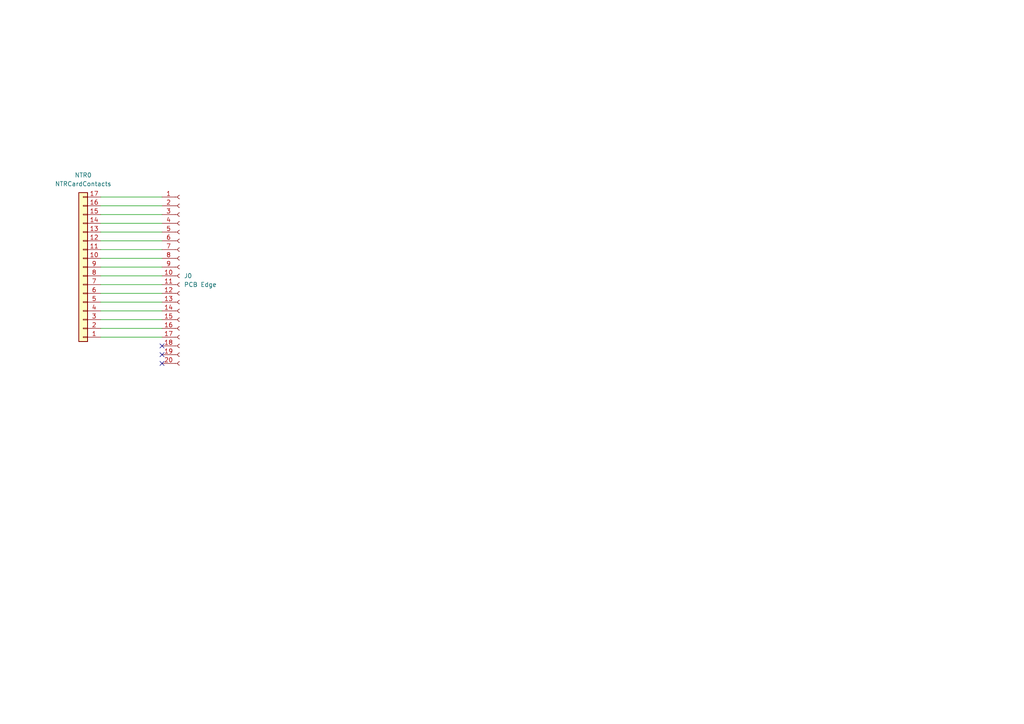
<source format=kicad_sch>
(kicad_sch (version 20211123) (generator eeschema)
  (paper "A4")
  (lib_symbols
    (symbol "Connector:Conn_01x20_Female" (pin_names (offset 1.016) hide)
      (property "Reference" "J" (at 0 25.4 0))
      (property "Value" "Conn_01x20_Female" (at 0 -27.94 0))
      (symbol "Conn_01x20_Female_1_1"
        (arc (start 0 -24.892) (mid -0.508 -25.4) (end 0 -25.908) (stroke (width 0.1524)))
        (arc (start 0 -22.352) (mid -0.508 -22.86) (end 0 -23.368) (stroke (width 0.1524)))
        (arc (start 0 -19.812) (mid -0.508 -20.32) (end 0 -20.828) (stroke (width 0.1524)))
        (arc (start 0 -17.272) (mid -0.508 -17.78) (end 0 -18.288) (stroke (width 0.1524)))
        (arc (start 0 -14.732) (mid -0.508 -15.24) (end 0 -15.748) (stroke (width 0.1524)))
        (arc (start 0 -12.192) (mid -0.508 -12.7) (end 0 -13.208) (stroke (width 0.1524)))
        (arc (start 0 -9.652) (mid -0.508 -10.16) (end 0 -10.668) (stroke (width 0.1524)))
        (arc (start 0 -7.112) (mid -0.508 -7.62) (end 0 -8.128) (stroke (width 0.1524)))
        (arc (start 0 -4.572) (mid -0.508 -5.08) (end 0 -5.588) (stroke (width 0.1524)))
        (arc (start 0 -2.032) (mid -0.508 -2.54) (end 0 -3.048) (stroke (width 0.1524)))
        (polyline (pts (xy -1.27 -25.4) (xy -0.508 -25.4)) (stroke (width 0.1524)))
        (polyline (pts (xy -1.27 -22.86) (xy -0.508 -22.86)) (stroke (width 0.1524)))
        (polyline (pts (xy -1.27 -20.32) (xy -0.508 -20.32)) (stroke (width 0.1524)))
        (polyline (pts (xy -1.27 -17.78) (xy -0.508 -17.78)) (stroke (width 0.1524)))
        (polyline (pts (xy -1.27 -15.24) (xy -0.508 -15.24)) (stroke (width 0.1524)))
        (polyline (pts (xy -1.27 -12.7) (xy -0.508 -12.7)) (stroke (width 0.1524)))
        (polyline (pts (xy -1.27 -10.16) (xy -0.508 -10.16)) (stroke (width 0.1524)))
        (polyline (pts (xy -1.27 -7.62) (xy -0.508 -7.62)) (stroke (width 0.1524)))
        (polyline (pts (xy -1.27 -5.08) (xy -0.508 -5.08)) (stroke (width 0.1524)))
        (polyline (pts (xy -1.27 -2.54) (xy -0.508 -2.54)) (stroke (width 0.1524)))
        (polyline (pts (xy -1.27 0) (xy -0.508 0)) (stroke (width 0.1524)))
        (polyline (pts (xy -1.27 2.54) (xy -0.508 2.54)) (stroke (width 0.1524)))
        (polyline (pts (xy -1.27 5.08) (xy -0.508 5.08)) (stroke (width 0.1524)))
        (polyline (pts (xy -1.27 7.62) (xy -0.508 7.62)) (stroke (width 0.1524)))
        (polyline (pts (xy -1.27 10.16) (xy -0.508 10.16)) (stroke (width 0.1524)))
        (polyline (pts (xy -1.27 12.7) (xy -0.508 12.7)) (stroke (width 0.1524)))
        (polyline (pts (xy -1.27 15.24) (xy -0.508 15.24)) (stroke (width 0.1524)))
        (polyline (pts (xy -1.27 17.78) (xy -0.508 17.78)) (stroke (width 0.1524)))
        (polyline (pts (xy -1.27 20.32) (xy -0.508 20.32)) (stroke (width 0.1524)))
        (polyline (pts (xy -1.27 22.86) (xy -0.508 22.86)) (stroke (width 0.1524)))
        (arc (start 0 0.508) (mid -0.508 0) (end 0 -0.508) (stroke (width 0.1524)))
        (arc (start 0 3.048) (mid -0.508 2.54) (end 0 2.032) (stroke (width 0.1524)))
        (arc (start 0 5.588) (mid -0.508 5.08) (end 0 4.572) (stroke (width 0.1524)))
        (arc (start 0 8.128) (mid -0.508 7.62) (end 0 7.112) (stroke (width 0.1524)))
        (arc (start 0 10.668) (mid -0.508 10.16) (end 0 9.652) (stroke (width 0.1524)))
        (arc (start 0 13.208) (mid -0.508 12.7) (end 0 12.192) (stroke (width 0.1524)))
        (arc (start 0 15.748) (mid -0.508 15.24) (end 0 14.732) (stroke (width 0.1524)))
        (arc (start 0 18.288) (mid -0.508 17.78) (end 0 17.272) (stroke (width 0.1524)))
        (arc (start 0 20.828) (mid -0.508 20.32) (end 0 19.812) (stroke (width 0.1524)))
        (arc (start 0 23.368) (mid -0.508 22.86) (end 0 22.352) (stroke (width 0.1524)))
        (pin passive line (at -5.08 22.86 0) (length 3.81) (name "Pin_1") (number "1"))
        (pin passive line (at -5.08 0 0) (length 3.81) (name "Pin_10") (number "10"))
        (pin passive line (at -5.08 -2.54 0) (length 3.81) (name "Pin_11") (number "11"))
        (pin passive line (at -5.08 -5.08 0) (length 3.81) (name "Pin_12") (number "12"))
        (pin passive line (at -5.08 -7.62 0) (length 3.81) (name "Pin_13") (number "13"))
        (pin passive line (at -5.08 -10.16 0) (length 3.81) (name "Pin_14") (number "14"))
        (pin passive line (at -5.08 -12.7 0) (length 3.81) (name "Pin_15") (number "15"))
        (pin passive line (at -5.08 -15.24 0) (length 3.81) (name "Pin_16") (number "16"))
        (pin passive line (at -5.08 -17.78 0) (length 3.81) (name "Pin_17") (number "17"))
        (pin passive line (at -5.08 -20.32 0) (length 3.81) (name "Pin_18") (number "18"))
        (pin passive line (at -5.08 -22.86 0) (length 3.81) (name "Pin_19") (number "19"))
        (pin passive line (at -5.08 20.32 0) (length 3.81) (name "Pin_2") (number "2"))
        (pin passive line (at -5.08 -25.4 0) (length 3.81) (name "Pin_20") (number "20"))
        (pin passive line (at -5.08 17.78 0) (length 3.81) (name "Pin_3") (number "3"))
        (pin passive line (at -5.08 15.24 0) (length 3.81) (name "Pin_4") (number "4"))
        (pin passive line (at -5.08 12.7 0) (length 3.81) (name "Pin_5") (number "5"))
        (pin passive line (at -5.08 10.16 0) (length 3.81) (name "Pin_6") (number "6"))
        (pin passive line (at -5.08 7.62 0) (length 3.81) (name "Pin_7") (number "7"))
        (pin passive line (at -5.08 5.08 0) (length 3.81) (name "Pin_8") (number "8"))
        (pin passive line (at -5.08 2.54 0) (length 3.81) (name "Pin_9") (number "9"))
      )
    )
    (symbol "Connector_Generic:Conn_01x17" (pin_names (offset 1.016) hide)
      (property "Reference" "J" (at 0 22.86 0))
      (property "Value" "Conn_01x17" (at 0 -22.86 0))
      (symbol "Conn_01x17_1_1"
        (rectangle (start -1.27 -20.193) (end 0 -20.447) (stroke (width 0.1524)))
        (rectangle (start -1.27 -17.653) (end 0 -17.907) (stroke (width 0.1524)))
        (rectangle (start -1.27 -15.113) (end 0 -15.367) (stroke (width 0.1524)))
        (rectangle (start -1.27 -12.573) (end 0 -12.827) (stroke (width 0.1524)))
        (rectangle (start -1.27 -10.033) (end 0 -10.287) (stroke (width 0.1524)))
        (rectangle (start -1.27 -7.493) (end 0 -7.747) (stroke (width 0.1524)))
        (rectangle (start -1.27 -4.953) (end 0 -5.207) (stroke (width 0.1524)))
        (rectangle (start -1.27 -2.413) (end 0 -2.667) (stroke (width 0.1524)))
        (rectangle (start -1.27 0.127) (end 0 -0.127) (stroke (width 0.1524)))
        (rectangle (start -1.27 2.667) (end 0 2.413) (stroke (width 0.1524)))
        (rectangle (start -1.27 5.207) (end 0 4.953) (stroke (width 0.1524)))
        (rectangle (start -1.27 7.747) (end 0 7.493) (stroke (width 0.1524)))
        (rectangle (start -1.27 10.287) (end 0 10.033) (stroke (width 0.1524)))
        (rectangle (start -1.27 12.827) (end 0 12.573) (stroke (width 0.1524)))
        (rectangle (start -1.27 15.367) (end 0 15.113) (stroke (width 0.1524)))
        (rectangle (start -1.27 17.907) (end 0 17.653) (stroke (width 0.1524)))
        (rectangle (start -1.27 20.447) (end 0 20.193) (stroke (width 0.1524)))
        (rectangle (start -1.27 21.59) (end 1.27 -21.59) (stroke (width 0.254)) (fill (type background)))
        (pin passive line (at -5.08 20.32 0) (length 3.81) (name "Pin_1") (number "1"))
        (pin passive line (at -5.08 -2.54 0) (length 3.81) (name "Pin_10") (number "10"))
        (pin passive line (at -5.08 -5.08 0) (length 3.81) (name "Pin_11") (number "11"))
        (pin passive line (at -5.08 -7.62 0) (length 3.81) (name "Pin_12") (number "12"))
        (pin passive line (at -5.08 -10.16 0) (length 3.81) (name "Pin_13") (number "13"))
        (pin passive line (at -5.08 -12.7 0) (length 3.81) (name "Pin_14") (number "14"))
        (pin passive line (at -5.08 -15.24 0) (length 3.81) (name "Pin_15") (number "15"))
        (pin passive line (at -5.08 -17.78 0) (length 3.81) (name "Pin_16") (number "16"))
        (pin passive line (at -5.08 -20.32 0) (length 3.81) (name "Pin_17") (number "17"))
        (pin passive line (at -5.08 17.78 0) (length 3.81) (name "Pin_2") (number "2"))
        (pin passive line (at -5.08 15.24 0) (length 3.81) (name "Pin_3") (number "3"))
        (pin passive line (at -5.08 12.7 0) (length 3.81) (name "Pin_4") (number "4"))
        (pin passive line (at -5.08 10.16 0) (length 3.81) (name "Pin_5") (number "5"))
        (pin passive line (at -5.08 7.62 0) (length 3.81) (name "Pin_6") (number "6"))
        (pin passive line (at -5.08 5.08 0) (length 3.81) (name "Pin_7") (number "7"))
        (pin passive line (at -5.08 2.54 0) (length 3.81) (name "Pin_8") (number "8"))
        (pin passive line (at -5.08 0 0) (length 3.81) (name "Pin_9") (number "9"))
      )
    )
  )
  (no_connect (at 46.99 102.87))
  (no_connect (at 46.99 105.41))
  (no_connect (at 46.99 100.33))
  (wire (pts (xy 29.21 97.79) (xy 46.99 97.79)))
  (wire (pts (xy 29.21 67.31) (xy 46.99 67.31)))
  (wire (pts (xy 29.21 95.25) (xy 46.99 95.25)))
  (wire (pts (xy 29.21 57.15) (xy 46.99 57.15)))
  (wire (pts (xy 29.21 69.85) (xy 46.99 69.85)))
  (wire (pts (xy 29.21 87.63) (xy 46.99 87.63)))
  (wire (pts (xy 29.21 64.77) (xy 46.99 64.77)))
  (wire (pts (xy 29.21 59.69) (xy 46.99 59.69)))
  (wire (pts (xy 29.21 77.47) (xy 46.99 77.47)))
  (wire (pts (xy 29.21 85.09) (xy 46.99 85.09)))
  (wire (pts (xy 29.21 80.01) (xy 46.99 80.01)))
  (wire (pts (xy 29.21 74.93) (xy 46.99 74.93)))
  (wire (pts (xy 29.21 92.71) (xy 46.99 92.71)))
  (wire (pts (xy 29.21 62.23) (xy 46.99 62.23)))
  (wire (pts (xy 29.21 72.39) (xy 46.99 72.39)))
  (wire (pts (xy 29.21 82.55) (xy 46.99 82.55)))
  (wire (pts (xy 29.21 90.17) (xy 46.99 90.17)))
  (symbol (lib_id "Connector_Generic:Conn_01x17") (at 24.13 77.47 180) (unit 1)
    (property "Reference" "NTR0" (at 24.13 50.8 0))
    (property "Value" "NTRCardContacts" (at 24.13 53.34 0))
    (property "Footprint" "NTRCardContacts:NTRCardContacts" (effects hide))
  )
  (symbol (lib_id "Connector:Conn_01x20_Female") (at 52.07 80.01 0) (unit 1)
    (property "Reference" "J0" (at 53.34 80.0099 0) (effects (justify left)))
    (property "Value" "PCB Edge" (at 53.34 82.5499 0) (effects (justify left)))
    (property "Footprint" "Connector_FFC-FPC:TE_2-1734839-0_1x20-1MP_P0.5mm_Horizontal" (effects hide))
  )
)
</source>
